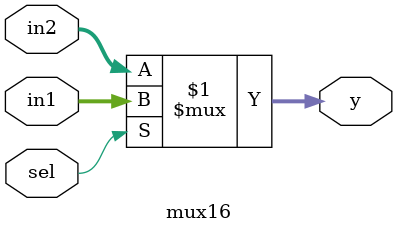
<source format=v>
`timescale 1ns / 1ps


module mux16(in1, in2, sel, y);
input [15:0] in1, in2;
input sel;
output [15:0] y;
assign y = (sel)?in1:in2;
endmodule

</source>
